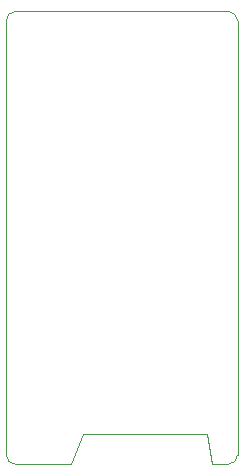
<source format=gm1>
G04 #@! TF.GenerationSoftware,KiCad,Pcbnew,6.0.2+dfsg-1*
G04 #@! TF.CreationDate,2022-09-13T11:12:49+08:00*
G04 #@! TF.ProjectId,epaper-102,65706170-6572-42d3-9130-322e6b696361,rev?*
G04 #@! TF.SameCoordinates,Original*
G04 #@! TF.FileFunction,Profile,NP*
%FSLAX46Y46*%
G04 Gerber Fmt 4.6, Leading zero omitted, Abs format (unit mm)*
G04 Created by KiCad (PCBNEW 6.0.2+dfsg-1) date 2022-09-13 11:12:49*
%MOMM*%
%LPD*%
G01*
G04 APERTURE LIST*
G04 #@! TA.AperFunction,Profile*
%ADD10C,0.050000*%
G04 #@! TD*
G04 APERTURE END LIST*
D10*
X42350000Y-64300000D02*
X24350000Y-64300000D01*
X42350000Y-102650000D02*
G75*
G03*
X43150000Y-101850000I-1J800001D01*
G01*
X23550000Y-65100000D02*
X23550000Y-101850000D01*
X29050000Y-102650000D02*
X30050000Y-100050000D01*
X41000000Y-102650000D02*
X42350000Y-102650000D01*
X43150000Y-101850000D02*
X43150000Y-65100000D01*
X24350000Y-64300000D02*
G75*
G03*
X23550000Y-65100000I0J-800000D01*
G01*
X43150000Y-65100000D02*
G75*
G03*
X42350000Y-64300000I-800000J0D01*
G01*
X24350000Y-102650000D02*
X29050000Y-102650000D01*
X40550000Y-100050000D02*
X41000000Y-102650000D01*
X30050000Y-100050000D02*
X40550000Y-100050000D01*
X23550000Y-101850000D02*
G75*
G03*
X24350000Y-102650000I800001J1D01*
G01*
M02*

</source>
